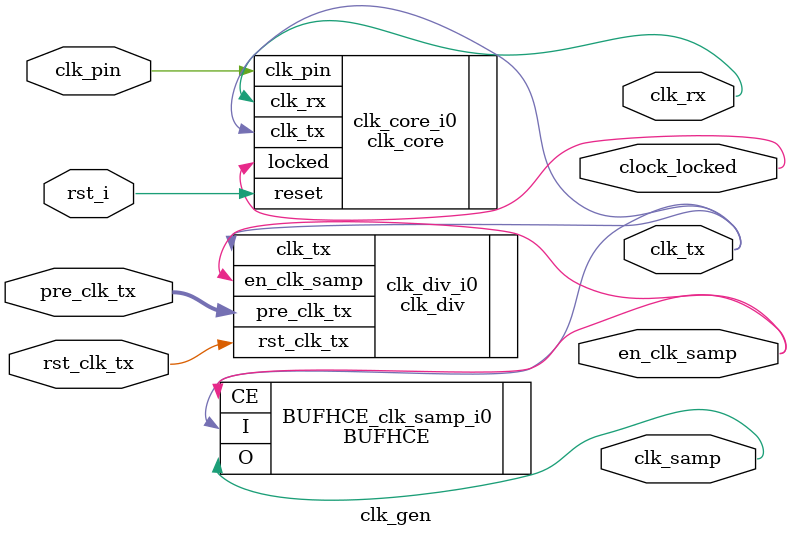
<source format=v>

`timescale 1ns/1ps


module clk_gen (
  input             clk_pin,       // Input clock pin - IBUFGDS is in core
  //input             clk_pin_n,       //   - differential pair
  input             rst_i,           // Asynchronous input from IBUF

  input             rst_clk_tx,      // For clock divider
  
  input      [15:0] pre_clk_tx,      // Current divider

  output            clk_rx,          // Receive clock
  output            clk_tx,          // Transmit clock
  output            clk_samp,        // Sample clock

  output            en_clk_samp,     // Enable for clk_samp
  output            clock_locked     // Locked signal from MMCM
);

//***************************************************************************
// Function definitions
//***************************************************************************

//***************************************************************************
// Parameter definitions
//***************************************************************************

//***************************************************************************
// Reg declarations
//***************************************************************************

//***************************************************************************
// Wire declarations
//***************************************************************************
  
//***************************************************************************
// Code
//***************************************************************************

  // Instantiate the prescale divider

  clk_div clk_div_i0 (
    .clk_tx          (clk_tx),
    .rst_clk_tx      (rst_clk_tx),
    .pre_clk_tx      (pre_clk_tx),
    .en_clk_samp     (en_clk_samp)
  );

  // Instantiate clk_core - generated by the Clocking Wizard

  clk_core clk_core_i0 (
    .clk_pin          (clk_pin), 
    //.clk_pin_n          (clk_pin_n), 
    .clk_rx             (clk_rx),
    .clk_tx             (clk_tx), 
    .reset              (rst_i), 
    .locked             (clock_locked)
  );


  BUFHCE #(
   .INIT_OUT(0)  // Initial output value
  )
  BUFHCE_clk_samp_i0
  (
     .O        (clk_samp),   // 1-bit The output of the BUFH
     .CE       (en_clk_samp),// 1-bit Enables propagation of signal from I to O
     .I        (clk_tx)      // 1-bit The input to the BUFH
  ); // BUFHCE
  


endmodule

</source>
